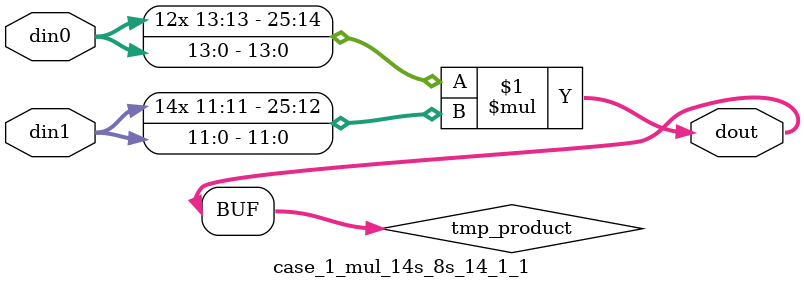
<source format=v>

`timescale 1 ns / 1 ps

 module case_1_mul_14s_8s_14_1_1(din0, din1, dout);
parameter ID = 1;
parameter NUM_STAGE = 0;
parameter din0_WIDTH = 14;
parameter din1_WIDTH = 12;
parameter dout_WIDTH = 26;

input [din0_WIDTH - 1 : 0] din0; 
input [din1_WIDTH - 1 : 0] din1; 
output [dout_WIDTH - 1 : 0] dout;

wire signed [dout_WIDTH - 1 : 0] tmp_product;



























assign tmp_product = $signed(din0) * $signed(din1);








assign dout = tmp_product;





















endmodule

</source>
